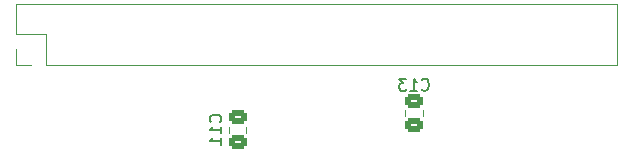
<source format=gbo>
G04 #@! TF.GenerationSoftware,KiCad,Pcbnew,9.0.6*
G04 #@! TF.CreationDate,2026-02-12T12:28:41-08:00*
G04 #@! TF.ProjectId,mutebox_hat_audio_in,6d757465-626f-4785-9f68-61745f617564,rev?*
G04 #@! TF.SameCoordinates,Original*
G04 #@! TF.FileFunction,Legend,Bot*
G04 #@! TF.FilePolarity,Positive*
%FSLAX46Y46*%
G04 Gerber Fmt 4.6, Leading zero omitted, Abs format (unit mm)*
G04 Created by KiCad (PCBNEW 9.0.6) date 2026-02-12 12:28:41*
%MOMM*%
%LPD*%
G01*
G04 APERTURE LIST*
G04 Aperture macros list*
%AMRoundRect*
0 Rectangle with rounded corners*
0 $1 Rounding radius*
0 $2 $3 $4 $5 $6 $7 $8 $9 X,Y pos of 4 corners*
0 Add a 4 corners polygon primitive as box body*
4,1,4,$2,$3,$4,$5,$6,$7,$8,$9,$2,$3,0*
0 Add four circle primitives for the rounded corners*
1,1,$1+$1,$2,$3*
1,1,$1+$1,$4,$5*
1,1,$1+$1,$6,$7*
1,1,$1+$1,$8,$9*
0 Add four rect primitives between the rounded corners*
20,1,$1+$1,$2,$3,$4,$5,0*
20,1,$1+$1,$4,$5,$6,$7,0*
20,1,$1+$1,$6,$7,$8,$9,0*
20,1,$1+$1,$8,$9,$2,$3,0*%
G04 Aperture macros list end*
%ADD10C,0.150000*%
%ADD11C,0.120000*%
%ADD12C,2.700000*%
%ADD13O,5.004000X2.604000*%
%ADD14O,1.904000X3.604000*%
%ADD15R,1.300000X1.300000*%
%ADD16C,1.300000*%
%ADD17C,1.650000*%
%ADD18R,1.700000X1.700000*%
%ADD19C,1.700000*%
%ADD20RoundRect,0.250000X-0.475000X0.337500X-0.475000X-0.337500X0.475000X-0.337500X0.475000X0.337500X0*%
G04 APERTURE END LIST*
D10*
X124359580Y-54919642D02*
X124407200Y-54872023D01*
X124407200Y-54872023D02*
X124454819Y-54729166D01*
X124454819Y-54729166D02*
X124454819Y-54633928D01*
X124454819Y-54633928D02*
X124407200Y-54491071D01*
X124407200Y-54491071D02*
X124311961Y-54395833D01*
X124311961Y-54395833D02*
X124216723Y-54348214D01*
X124216723Y-54348214D02*
X124026247Y-54300595D01*
X124026247Y-54300595D02*
X123883390Y-54300595D01*
X123883390Y-54300595D02*
X123692914Y-54348214D01*
X123692914Y-54348214D02*
X123597676Y-54395833D01*
X123597676Y-54395833D02*
X123502438Y-54491071D01*
X123502438Y-54491071D02*
X123454819Y-54633928D01*
X123454819Y-54633928D02*
X123454819Y-54729166D01*
X123454819Y-54729166D02*
X123502438Y-54872023D01*
X123502438Y-54872023D02*
X123550057Y-54919642D01*
X124454819Y-55872023D02*
X124454819Y-55300595D01*
X124454819Y-55586309D02*
X123454819Y-55586309D01*
X123454819Y-55586309D02*
X123597676Y-55491071D01*
X123597676Y-55491071D02*
X123692914Y-55395833D01*
X123692914Y-55395833D02*
X123740533Y-55300595D01*
X124454819Y-56824404D02*
X124454819Y-56252976D01*
X124454819Y-56538690D02*
X123454819Y-56538690D01*
X123454819Y-56538690D02*
X123597676Y-56443452D01*
X123597676Y-56443452D02*
X123692914Y-56348214D01*
X123692914Y-56348214D02*
X123740533Y-56252976D01*
X141392857Y-52159580D02*
X141440476Y-52207200D01*
X141440476Y-52207200D02*
X141583333Y-52254819D01*
X141583333Y-52254819D02*
X141678571Y-52254819D01*
X141678571Y-52254819D02*
X141821428Y-52207200D01*
X141821428Y-52207200D02*
X141916666Y-52111961D01*
X141916666Y-52111961D02*
X141964285Y-52016723D01*
X141964285Y-52016723D02*
X142011904Y-51826247D01*
X142011904Y-51826247D02*
X142011904Y-51683390D01*
X142011904Y-51683390D02*
X141964285Y-51492914D01*
X141964285Y-51492914D02*
X141916666Y-51397676D01*
X141916666Y-51397676D02*
X141821428Y-51302438D01*
X141821428Y-51302438D02*
X141678571Y-51254819D01*
X141678571Y-51254819D02*
X141583333Y-51254819D01*
X141583333Y-51254819D02*
X141440476Y-51302438D01*
X141440476Y-51302438D02*
X141392857Y-51350057D01*
X140440476Y-52254819D02*
X141011904Y-52254819D01*
X140726190Y-52254819D02*
X140726190Y-51254819D01*
X140726190Y-51254819D02*
X140821428Y-51397676D01*
X140821428Y-51397676D02*
X140916666Y-51492914D01*
X140916666Y-51492914D02*
X141011904Y-51540533D01*
X140107142Y-51254819D02*
X139488095Y-51254819D01*
X139488095Y-51254819D02*
X139821428Y-51635771D01*
X139821428Y-51635771D02*
X139678571Y-51635771D01*
X139678571Y-51635771D02*
X139583333Y-51683390D01*
X139583333Y-51683390D02*
X139535714Y-51731009D01*
X139535714Y-51731009D02*
X139488095Y-51826247D01*
X139488095Y-51826247D02*
X139488095Y-52064342D01*
X139488095Y-52064342D02*
X139535714Y-52159580D01*
X139535714Y-52159580D02*
X139583333Y-52207200D01*
X139583333Y-52207200D02*
X139678571Y-52254819D01*
X139678571Y-52254819D02*
X139964285Y-52254819D01*
X139964285Y-52254819D02*
X140059523Y-52207200D01*
X140059523Y-52207200D02*
X140107142Y-52159580D01*
D11*
X107040000Y-44900000D02*
X107040000Y-47500000D01*
X107040000Y-44900000D02*
X157960000Y-44900000D01*
X107040000Y-47500000D02*
X109640000Y-47500000D01*
X107040000Y-48770000D02*
X107040000Y-50100000D01*
X107040000Y-50100000D02*
X108370000Y-50100000D01*
X109640000Y-47500000D02*
X109640000Y-50100000D01*
X109640000Y-50100000D02*
X157960000Y-50100000D01*
X157960000Y-44900000D02*
X157960000Y-50100000D01*
X125083750Y-55301248D02*
X125083750Y-55823752D01*
X126553750Y-55301248D02*
X126553750Y-55823752D01*
X140015000Y-53901248D02*
X140015000Y-54423752D01*
X141485000Y-53901248D02*
X141485000Y-54423752D01*
%LPC*%
D12*
X161500000Y-47500000D03*
D13*
X150800000Y-94450000D03*
D14*
X150800000Y-89950000D03*
D13*
X138662000Y-94450000D03*
D14*
X138662000Y-89950000D03*
D12*
X103500000Y-96500000D03*
X103500000Y-47500000D03*
X161500000Y-96500000D03*
D15*
X114060000Y-87040000D03*
D16*
X116600000Y-87040000D03*
X119140000Y-87040000D03*
D17*
X114060000Y-89660000D03*
X119140000Y-89660000D03*
D18*
X108370000Y-48770000D03*
D19*
X108370000Y-46230000D03*
X110910000Y-48770000D03*
X110910000Y-46230000D03*
X113450000Y-48770000D03*
X113450000Y-46230000D03*
X115990000Y-48770000D03*
X115990000Y-46230000D03*
X118530000Y-48770000D03*
X118530000Y-46230000D03*
X121070000Y-48770000D03*
X121070000Y-46230000D03*
X123610000Y-48770000D03*
X123610000Y-46230000D03*
X126150000Y-48770000D03*
X126150000Y-46230000D03*
X128690000Y-48770000D03*
X128690000Y-46230000D03*
X131230000Y-48770000D03*
X131230000Y-46230000D03*
X133770000Y-48770000D03*
X133770000Y-46230000D03*
X136310000Y-48770000D03*
X136310000Y-46230000D03*
X138850000Y-48770000D03*
X138850000Y-46230000D03*
X141390000Y-48770000D03*
X141390000Y-46230000D03*
X143930000Y-48770000D03*
X143930000Y-46230000D03*
X146470000Y-48770000D03*
X146470000Y-46230000D03*
X149010000Y-48770000D03*
X149010000Y-46230000D03*
X151550000Y-48770000D03*
X151550000Y-46230000D03*
X154090000Y-48770000D03*
X154090000Y-46230000D03*
X156630000Y-48770000D03*
X156630000Y-46230000D03*
D20*
X125818750Y-54525000D03*
X125818750Y-56600000D03*
X140750000Y-53125000D03*
X140750000Y-55200000D03*
%LPD*%
M02*

</source>
